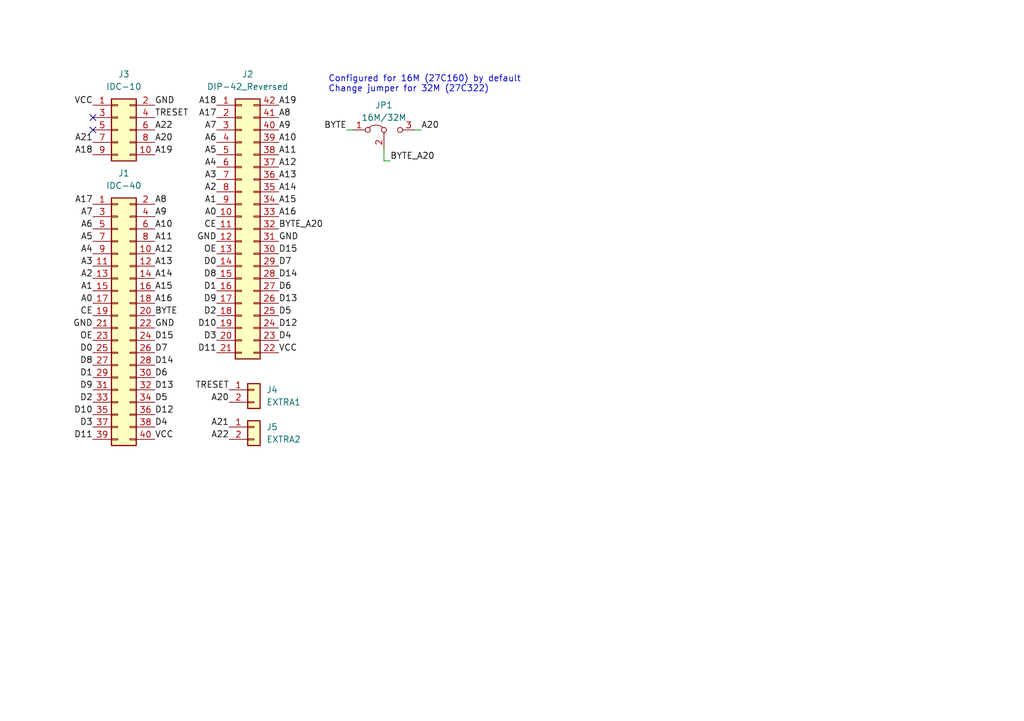
<source format=kicad_sch>
(kicad_sch (version 20230121) (generator eeschema)

  (uuid 218a50b5-5328-4910-8bfa-477207937a67)

  (paper "A5")

  (title_block
    (title "TokuROM Target-DIP42")
    (rev "1.0")
    (company "github.com/kasamikona/TokuROM")
  )

  (lib_symbols
    (symbol "Connector_Generic:Conn_01x02" (pin_names (offset 1.016) hide) (in_bom yes) (on_board yes)
      (property "Reference" "J" (at 0 2.54 0)
        (effects (font (size 1.27 1.27)))
      )
      (property "Value" "Conn_01x02" (at 0 -5.08 0)
        (effects (font (size 1.27 1.27)))
      )
      (property "Footprint" "" (at 0 0 0)
        (effects (font (size 1.27 1.27)) hide)
      )
      (property "Datasheet" "~" (at 0 0 0)
        (effects (font (size 1.27 1.27)) hide)
      )
      (property "ki_keywords" "connector" (at 0 0 0)
        (effects (font (size 1.27 1.27)) hide)
      )
      (property "ki_description" "Generic connector, single row, 01x02, script generated (kicad-library-utils/schlib/autogen/connector/)" (at 0 0 0)
        (effects (font (size 1.27 1.27)) hide)
      )
      (property "ki_fp_filters" "Connector*:*_1x??_*" (at 0 0 0)
        (effects (font (size 1.27 1.27)) hide)
      )
      (symbol "Conn_01x02_1_1"
        (rectangle (start -1.27 -2.413) (end 0 -2.667)
          (stroke (width 0.1524) (type default))
          (fill (type none))
        )
        (rectangle (start -1.27 0.127) (end 0 -0.127)
          (stroke (width 0.1524) (type default))
          (fill (type none))
        )
        (rectangle (start -1.27 1.27) (end 1.27 -3.81)
          (stroke (width 0.254) (type default))
          (fill (type background))
        )
        (pin passive line (at -5.08 0 0) (length 3.81)
          (name "Pin_1" (effects (font (size 1.27 1.27))))
          (number "1" (effects (font (size 1.27 1.27))))
        )
        (pin passive line (at -5.08 -2.54 0) (length 3.81)
          (name "Pin_2" (effects (font (size 1.27 1.27))))
          (number "2" (effects (font (size 1.27 1.27))))
        )
      )
    )
    (symbol "Connector_Generic:Conn_02x05_Odd_Even" (pin_names (offset 1.016) hide) (in_bom yes) (on_board yes)
      (property "Reference" "J" (at 1.27 7.62 0)
        (effects (font (size 1.27 1.27)))
      )
      (property "Value" "Conn_02x05_Odd_Even" (at 1.27 -7.62 0)
        (effects (font (size 1.27 1.27)))
      )
      (property "Footprint" "" (at 0 0 0)
        (effects (font (size 1.27 1.27)) hide)
      )
      (property "Datasheet" "~" (at 0 0 0)
        (effects (font (size 1.27 1.27)) hide)
      )
      (property "ki_keywords" "connector" (at 0 0 0)
        (effects (font (size 1.27 1.27)) hide)
      )
      (property "ki_description" "Generic connector, double row, 02x05, odd/even pin numbering scheme (row 1 odd numbers, row 2 even numbers), script generated (kicad-library-utils/schlib/autogen/connector/)" (at 0 0 0)
        (effects (font (size 1.27 1.27)) hide)
      )
      (property "ki_fp_filters" "Connector*:*_2x??_*" (at 0 0 0)
        (effects (font (size 1.27 1.27)) hide)
      )
      (symbol "Conn_02x05_Odd_Even_1_1"
        (rectangle (start -1.27 -4.953) (end 0 -5.207)
          (stroke (width 0.1524) (type default))
          (fill (type none))
        )
        (rectangle (start -1.27 -2.413) (end 0 -2.667)
          (stroke (width 0.1524) (type default))
          (fill (type none))
        )
        (rectangle (start -1.27 0.127) (end 0 -0.127)
          (stroke (width 0.1524) (type default))
          (fill (type none))
        )
        (rectangle (start -1.27 2.667) (end 0 2.413)
          (stroke (width 0.1524) (type default))
          (fill (type none))
        )
        (rectangle (start -1.27 5.207) (end 0 4.953)
          (stroke (width 0.1524) (type default))
          (fill (type none))
        )
        (rectangle (start -1.27 6.35) (end 3.81 -6.35)
          (stroke (width 0.254) (type default))
          (fill (type background))
        )
        (rectangle (start 3.81 -4.953) (end 2.54 -5.207)
          (stroke (width 0.1524) (type default))
          (fill (type none))
        )
        (rectangle (start 3.81 -2.413) (end 2.54 -2.667)
          (stroke (width 0.1524) (type default))
          (fill (type none))
        )
        (rectangle (start 3.81 0.127) (end 2.54 -0.127)
          (stroke (width 0.1524) (type default))
          (fill (type none))
        )
        (rectangle (start 3.81 2.667) (end 2.54 2.413)
          (stroke (width 0.1524) (type default))
          (fill (type none))
        )
        (rectangle (start 3.81 5.207) (end 2.54 4.953)
          (stroke (width 0.1524) (type default))
          (fill (type none))
        )
        (pin passive line (at -5.08 5.08 0) (length 3.81)
          (name "Pin_1" (effects (font (size 1.27 1.27))))
          (number "1" (effects (font (size 1.27 1.27))))
        )
        (pin passive line (at 7.62 -5.08 180) (length 3.81)
          (name "Pin_10" (effects (font (size 1.27 1.27))))
          (number "10" (effects (font (size 1.27 1.27))))
        )
        (pin passive line (at 7.62 5.08 180) (length 3.81)
          (name "Pin_2" (effects (font (size 1.27 1.27))))
          (number "2" (effects (font (size 1.27 1.27))))
        )
        (pin passive line (at -5.08 2.54 0) (length 3.81)
          (name "Pin_3" (effects (font (size 1.27 1.27))))
          (number "3" (effects (font (size 1.27 1.27))))
        )
        (pin passive line (at 7.62 2.54 180) (length 3.81)
          (name "Pin_4" (effects (font (size 1.27 1.27))))
          (number "4" (effects (font (size 1.27 1.27))))
        )
        (pin passive line (at -5.08 0 0) (length 3.81)
          (name "Pin_5" (effects (font (size 1.27 1.27))))
          (number "5" (effects (font (size 1.27 1.27))))
        )
        (pin passive line (at 7.62 0 180) (length 3.81)
          (name "Pin_6" (effects (font (size 1.27 1.27))))
          (number "6" (effects (font (size 1.27 1.27))))
        )
        (pin passive line (at -5.08 -2.54 0) (length 3.81)
          (name "Pin_7" (effects (font (size 1.27 1.27))))
          (number "7" (effects (font (size 1.27 1.27))))
        )
        (pin passive line (at 7.62 -2.54 180) (length 3.81)
          (name "Pin_8" (effects (font (size 1.27 1.27))))
          (number "8" (effects (font (size 1.27 1.27))))
        )
        (pin passive line (at -5.08 -5.08 0) (length 3.81)
          (name "Pin_9" (effects (font (size 1.27 1.27))))
          (number "9" (effects (font (size 1.27 1.27))))
        )
      )
    )
    (symbol "Connector_Generic:Conn_02x20_Odd_Even" (pin_names (offset 1.016) hide) (in_bom yes) (on_board yes)
      (property "Reference" "J" (at 1.27 25.4 0)
        (effects (font (size 1.27 1.27)))
      )
      (property "Value" "Conn_02x20_Odd_Even" (at 1.27 -27.94 0)
        (effects (font (size 1.27 1.27)))
      )
      (property "Footprint" "" (at 0 0 0)
        (effects (font (size 1.27 1.27)) hide)
      )
      (property "Datasheet" "~" (at 0 0 0)
        (effects (font (size 1.27 1.27)) hide)
      )
      (property "ki_keywords" "connector" (at 0 0 0)
        (effects (font (size 1.27 1.27)) hide)
      )
      (property "ki_description" "Generic connector, double row, 02x20, odd/even pin numbering scheme (row 1 odd numbers, row 2 even numbers), script generated (kicad-library-utils/schlib/autogen/connector/)" (at 0 0 0)
        (effects (font (size 1.27 1.27)) hide)
      )
      (property "ki_fp_filters" "Connector*:*_2x??_*" (at 0 0 0)
        (effects (font (size 1.27 1.27)) hide)
      )
      (symbol "Conn_02x20_Odd_Even_1_1"
        (rectangle (start -1.27 -25.273) (end 0 -25.527)
          (stroke (width 0.1524) (type default))
          (fill (type none))
        )
        (rectangle (start -1.27 -22.733) (end 0 -22.987)
          (stroke (width 0.1524) (type default))
          (fill (type none))
        )
        (rectangle (start -1.27 -20.193) (end 0 -20.447)
          (stroke (width 0.1524) (type default))
          (fill (type none))
        )
        (rectangle (start -1.27 -17.653) (end 0 -17.907)
          (stroke (width 0.1524) (type default))
          (fill (type none))
        )
        (rectangle (start -1.27 -15.113) (end 0 -15.367)
          (stroke (width 0.1524) (type default))
          (fill (type none))
        )
        (rectangle (start -1.27 -12.573) (end 0 -12.827)
          (stroke (width 0.1524) (type default))
          (fill (type none))
        )
        (rectangle (start -1.27 -10.033) (end 0 -10.287)
          (stroke (width 0.1524) (type default))
          (fill (type none))
        )
        (rectangle (start -1.27 -7.493) (end 0 -7.747)
          (stroke (width 0.1524) (type default))
          (fill (type none))
        )
        (rectangle (start -1.27 -4.953) (end 0 -5.207)
          (stroke (width 0.1524) (type default))
          (fill (type none))
        )
        (rectangle (start -1.27 -2.413) (end 0 -2.667)
          (stroke (width 0.1524) (type default))
          (fill (type none))
        )
        (rectangle (start -1.27 0.127) (end 0 -0.127)
          (stroke (width 0.1524) (type default))
          (fill (type none))
        )
        (rectangle (start -1.27 2.667) (end 0 2.413)
          (stroke (width 0.1524) (type default))
          (fill (type none))
        )
        (rectangle (start -1.27 5.207) (end 0 4.953)
          (stroke (width 0.1524) (type default))
          (fill (type none))
        )
        (rectangle (start -1.27 7.747) (end 0 7.493)
          (stroke (width 0.1524) (type default))
          (fill (type none))
        )
        (rectangle (start -1.27 10.287) (end 0 10.033)
          (stroke (width 0.1524) (type default))
          (fill (type none))
        )
        (rectangle (start -1.27 12.827) (end 0 12.573)
          (stroke (width 0.1524) (type default))
          (fill (type none))
        )
        (rectangle (start -1.27 15.367) (end 0 15.113)
          (stroke (width 0.1524) (type default))
          (fill (type none))
        )
        (rectangle (start -1.27 17.907) (end 0 17.653)
          (stroke (width 0.1524) (type default))
          (fill (type none))
        )
        (rectangle (start -1.27 20.447) (end 0 20.193)
          (stroke (width 0.1524) (type default))
          (fill (type none))
        )
        (rectangle (start -1.27 22.987) (end 0 22.733)
          (stroke (width 0.1524) (type default))
          (fill (type none))
        )
        (rectangle (start -1.27 24.13) (end 3.81 -26.67)
          (stroke (width 0.254) (type default))
          (fill (type background))
        )
        (rectangle (start 3.81 -25.273) (end 2.54 -25.527)
          (stroke (width 0.1524) (type default))
          (fill (type none))
        )
        (rectangle (start 3.81 -22.733) (end 2.54 -22.987)
          (stroke (width 0.1524) (type default))
          (fill (type none))
        )
        (rectangle (start 3.81 -20.193) (end 2.54 -20.447)
          (stroke (width 0.1524) (type default))
          (fill (type none))
        )
        (rectangle (start 3.81 -17.653) (end 2.54 -17.907)
          (stroke (width 0.1524) (type default))
          (fill (type none))
        )
        (rectangle (start 3.81 -15.113) (end 2.54 -15.367)
          (stroke (width 0.1524) (type default))
          (fill (type none))
        )
        (rectangle (start 3.81 -12.573) (end 2.54 -12.827)
          (stroke (width 0.1524) (type default))
          (fill (type none))
        )
        (rectangle (start 3.81 -10.033) (end 2.54 -10.287)
          (stroke (width 0.1524) (type default))
          (fill (type none))
        )
        (rectangle (start 3.81 -7.493) (end 2.54 -7.747)
          (stroke (width 0.1524) (type default))
          (fill (type none))
        )
        (rectangle (start 3.81 -4.953) (end 2.54 -5.207)
          (stroke (width 0.1524) (type default))
          (fill (type none))
        )
        (rectangle (start 3.81 -2.413) (end 2.54 -2.667)
          (stroke (width 0.1524) (type default))
          (fill (type none))
        )
        (rectangle (start 3.81 0.127) (end 2.54 -0.127)
          (stroke (width 0.1524) (type default))
          (fill (type none))
        )
        (rectangle (start 3.81 2.667) (end 2.54 2.413)
          (stroke (width 0.1524) (type default))
          (fill (type none))
        )
        (rectangle (start 3.81 5.207) (end 2.54 4.953)
          (stroke (width 0.1524) (type default))
          (fill (type none))
        )
        (rectangle (start 3.81 7.747) (end 2.54 7.493)
          (stroke (width 0.1524) (type default))
          (fill (type none))
        )
        (rectangle (start 3.81 10.287) (end 2.54 10.033)
          (stroke (width 0.1524) (type default))
          (fill (type none))
        )
        (rectangle (start 3.81 12.827) (end 2.54 12.573)
          (stroke (width 0.1524) (type default))
          (fill (type none))
        )
        (rectangle (start 3.81 15.367) (end 2.54 15.113)
          (stroke (width 0.1524) (type default))
          (fill (type none))
        )
        (rectangle (start 3.81 17.907) (end 2.54 17.653)
          (stroke (width 0.1524) (type default))
          (fill (type none))
        )
        (rectangle (start 3.81 20.447) (end 2.54 20.193)
          (stroke (width 0.1524) (type default))
          (fill (type none))
        )
        (rectangle (start 3.81 22.987) (end 2.54 22.733)
          (stroke (width 0.1524) (type default))
          (fill (type none))
        )
        (pin passive line (at -5.08 22.86 0) (length 3.81)
          (name "Pin_1" (effects (font (size 1.27 1.27))))
          (number "1" (effects (font (size 1.27 1.27))))
        )
        (pin passive line (at 7.62 12.7 180) (length 3.81)
          (name "Pin_10" (effects (font (size 1.27 1.27))))
          (number "10" (effects (font (size 1.27 1.27))))
        )
        (pin passive line (at -5.08 10.16 0) (length 3.81)
          (name "Pin_11" (effects (font (size 1.27 1.27))))
          (number "11" (effects (font (size 1.27 1.27))))
        )
        (pin passive line (at 7.62 10.16 180) (length 3.81)
          (name "Pin_12" (effects (font (size 1.27 1.27))))
          (number "12" (effects (font (size 1.27 1.27))))
        )
        (pin passive line (at -5.08 7.62 0) (length 3.81)
          (name "Pin_13" (effects (font (size 1.27 1.27))))
          (number "13" (effects (font (size 1.27 1.27))))
        )
        (pin passive line (at 7.62 7.62 180) (length 3.81)
          (name "Pin_14" (effects (font (size 1.27 1.27))))
          (number "14" (effects (font (size 1.27 1.27))))
        )
        (pin passive line (at -5.08 5.08 0) (length 3.81)
          (name "Pin_15" (effects (font (size 1.27 1.27))))
          (number "15" (effects (font (size 1.27 1.27))))
        )
        (pin passive line (at 7.62 5.08 180) (length 3.81)
          (name "Pin_16" (effects (font (size 1.27 1.27))))
          (number "16" (effects (font (size 1.27 1.27))))
        )
        (pin passive line (at -5.08 2.54 0) (length 3.81)
          (name "Pin_17" (effects (font (size 1.27 1.27))))
          (number "17" (effects (font (size 1.27 1.27))))
        )
        (pin passive line (at 7.62 2.54 180) (length 3.81)
          (name "Pin_18" (effects (font (size 1.27 1.27))))
          (number "18" (effects (font (size 1.27 1.27))))
        )
        (pin passive line (at -5.08 0 0) (length 3.81)
          (name "Pin_19" (effects (font (size 1.27 1.27))))
          (number "19" (effects (font (size 1.27 1.27))))
        )
        (pin passive line (at 7.62 22.86 180) (length 3.81)
          (name "Pin_2" (effects (font (size 1.27 1.27))))
          (number "2" (effects (font (size 1.27 1.27))))
        )
        (pin passive line (at 7.62 0 180) (length 3.81)
          (name "Pin_20" (effects (font (size 1.27 1.27))))
          (number "20" (effects (font (size 1.27 1.27))))
        )
        (pin passive line (at -5.08 -2.54 0) (length 3.81)
          (name "Pin_21" (effects (font (size 1.27 1.27))))
          (number "21" (effects (font (size 1.27 1.27))))
        )
        (pin passive line (at 7.62 -2.54 180) (length 3.81)
          (name "Pin_22" (effects (font (size 1.27 1.27))))
          (number "22" (effects (font (size 1.27 1.27))))
        )
        (pin passive line (at -5.08 -5.08 0) (length 3.81)
          (name "Pin_23" (effects (font (size 1.27 1.27))))
          (number "23" (effects (font (size 1.27 1.27))))
        )
        (pin passive line (at 7.62 -5.08 180) (length 3.81)
          (name "Pin_24" (effects (font (size 1.27 1.27))))
          (number "24" (effects (font (size 1.27 1.27))))
        )
        (pin passive line (at -5.08 -7.62 0) (length 3.81)
          (name "Pin_25" (effects (font (size 1.27 1.27))))
          (number "25" (effects (font (size 1.27 1.27))))
        )
        (pin passive line (at 7.62 -7.62 180) (length 3.81)
          (name "Pin_26" (effects (font (size 1.27 1.27))))
          (number "26" (effects (font (size 1.27 1.27))))
        )
        (pin passive line (at -5.08 -10.16 0) (length 3.81)
          (name "Pin_27" (effects (font (size 1.27 1.27))))
          (number "27" (effects (font (size 1.27 1.27))))
        )
        (pin passive line (at 7.62 -10.16 180) (length 3.81)
          (name "Pin_28" (effects (font (size 1.27 1.27))))
          (number "28" (effects (font (size 1.27 1.27))))
        )
        (pin passive line (at -5.08 -12.7 0) (length 3.81)
          (name "Pin_29" (effects (font (size 1.27 1.27))))
          (number "29" (effects (font (size 1.27 1.27))))
        )
        (pin passive line (at -5.08 20.32 0) (length 3.81)
          (name "Pin_3" (effects (font (size 1.27 1.27))))
          (number "3" (effects (font (size 1.27 1.27))))
        )
        (pin passive line (at 7.62 -12.7 180) (length 3.81)
          (name "Pin_30" (effects (font (size 1.27 1.27))))
          (number "30" (effects (font (size 1.27 1.27))))
        )
        (pin passive line (at -5.08 -15.24 0) (length 3.81)
          (name "Pin_31" (effects (font (size 1.27 1.27))))
          (number "31" (effects (font (size 1.27 1.27))))
        )
        (pin passive line (at 7.62 -15.24 180) (length 3.81)
          (name "Pin_32" (effects (font (size 1.27 1.27))))
          (number "32" (effects (font (size 1.27 1.27))))
        )
        (pin passive line (at -5.08 -17.78 0) (length 3.81)
          (name "Pin_33" (effects (font (size 1.27 1.27))))
          (number "33" (effects (font (size 1.27 1.27))))
        )
        (pin passive line (at 7.62 -17.78 180) (length 3.81)
          (name "Pin_34" (effects (font (size 1.27 1.27))))
          (number "34" (effects (font (size 1.27 1.27))))
        )
        (pin passive line (at -5.08 -20.32 0) (length 3.81)
          (name "Pin_35" (effects (font (size 1.27 1.27))))
          (number "35" (effects (font (size 1.27 1.27))))
        )
        (pin passive line (at 7.62 -20.32 180) (length 3.81)
          (name "Pin_36" (effects (font (size 1.27 1.27))))
          (number "36" (effects (font (size 1.27 1.27))))
        )
        (pin passive line (at -5.08 -22.86 0) (length 3.81)
          (name "Pin_37" (effects (font (size 1.27 1.27))))
          (number "37" (effects (font (size 1.27 1.27))))
        )
        (pin passive line (at 7.62 -22.86 180) (length 3.81)
          (name "Pin_38" (effects (font (size 1.27 1.27))))
          (number "38" (effects (font (size 1.27 1.27))))
        )
        (pin passive line (at -5.08 -25.4 0) (length 3.81)
          (name "Pin_39" (effects (font (size 1.27 1.27))))
          (number "39" (effects (font (size 1.27 1.27))))
        )
        (pin passive line (at 7.62 20.32 180) (length 3.81)
          (name "Pin_4" (effects (font (size 1.27 1.27))))
          (number "4" (effects (font (size 1.27 1.27))))
        )
        (pin passive line (at 7.62 -25.4 180) (length 3.81)
          (name "Pin_40" (effects (font (size 1.27 1.27))))
          (number "40" (effects (font (size 1.27 1.27))))
        )
        (pin passive line (at -5.08 17.78 0) (length 3.81)
          (name "Pin_5" (effects (font (size 1.27 1.27))))
          (number "5" (effects (font (size 1.27 1.27))))
        )
        (pin passive line (at 7.62 17.78 180) (length 3.81)
          (name "Pin_6" (effects (font (size 1.27 1.27))))
          (number "6" (effects (font (size 1.27 1.27))))
        )
        (pin passive line (at -5.08 15.24 0) (length 3.81)
          (name "Pin_7" (effects (font (size 1.27 1.27))))
          (number "7" (effects (font (size 1.27 1.27))))
        )
        (pin passive line (at 7.62 15.24 180) (length 3.81)
          (name "Pin_8" (effects (font (size 1.27 1.27))))
          (number "8" (effects (font (size 1.27 1.27))))
        )
        (pin passive line (at -5.08 12.7 0) (length 3.81)
          (name "Pin_9" (effects (font (size 1.27 1.27))))
          (number "9" (effects (font (size 1.27 1.27))))
        )
      )
    )
    (symbol "Connector_Generic:Conn_02x21_Counter_Clockwise" (pin_names (offset 1.016) hide) (in_bom yes) (on_board yes)
      (property "Reference" "J" (at 1.27 27.94 0)
        (effects (font (size 1.27 1.27)))
      )
      (property "Value" "Conn_02x21_Counter_Clockwise" (at 1.27 -27.94 0)
        (effects (font (size 1.27 1.27)))
      )
      (property "Footprint" "" (at 0 0 0)
        (effects (font (size 1.27 1.27)) hide)
      )
      (property "Datasheet" "~" (at 0 0 0)
        (effects (font (size 1.27 1.27)) hide)
      )
      (property "ki_keywords" "connector" (at 0 0 0)
        (effects (font (size 1.27 1.27)) hide)
      )
      (property "ki_description" "Generic connector, double row, 02x21, counter clockwise pin numbering scheme (similar to DIP package numbering), script generated (kicad-library-utils/schlib/autogen/connector/)" (at 0 0 0)
        (effects (font (size 1.27 1.27)) hide)
      )
      (property "ki_fp_filters" "Connector*:*_2x??_*" (at 0 0 0)
        (effects (font (size 1.27 1.27)) hide)
      )
      (symbol "Conn_02x21_Counter_Clockwise_1_1"
        (rectangle (start -1.27 -25.273) (end 0 -25.527)
          (stroke (width 0.1524) (type default))
          (fill (type none))
        )
        (rectangle (start -1.27 -22.733) (end 0 -22.987)
          (stroke (width 0.1524) (type default))
          (fill (type none))
        )
        (rectangle (start -1.27 -20.193) (end 0 -20.447)
          (stroke (width 0.1524) (type default))
          (fill (type none))
        )
        (rectangle (start -1.27 -17.653) (end 0 -17.907)
          (stroke (width 0.1524) (type default))
          (fill (type none))
        )
        (rectangle (start -1.27 -15.113) (end 0 -15.367)
          (stroke (width 0.1524) (type default))
          (fill (type none))
        )
        (rectangle (start -1.27 -12.573) (end 0 -12.827)
          (stroke (width 0.1524) (type default))
          (fill (type none))
        )
        (rectangle (start -1.27 -10.033) (end 0 -10.287)
          (stroke (width 0.1524) (type default))
          (fill (type none))
        )
        (rectangle (start -1.27 -7.493) (end 0 -7.747)
          (stroke (width 0.1524) (type default))
          (fill (type none))
        )
        (rectangle (start -1.27 -4.953) (end 0 -5.207)
          (stroke (width 0.1524) (type default))
          (fill (type none))
        )
        (rectangle (start -1.27 -2.413) (end 0 -2.667)
          (stroke (width 0.1524) (type default))
          (fill (type none))
        )
        (rectangle (start -1.27 0.127) (end 0 -0.127)
          (stroke (width 0.1524) (type default))
          (fill (type none))
        )
        (rectangle (start -1.27 2.667) (end 0 2.413)
          (stroke (width 0.1524) (type default))
          (fill (type none))
        )
        (rectangle (start -1.27 5.207) (end 0 4.953)
          (stroke (width 0.1524) (type default))
          (fill (type none))
        )
        (rectangle (start -1.27 7.747) (end 0 7.493)
          (stroke (width 0.1524) (type default))
          (fill (type none))
        )
        (rectangle (start -1.27 10.287) (end 0 10.033)
          (stroke (width 0.1524) (type default))
          (fill (type none))
        )
        (rectangle (start -1.27 12.827) (end 0 12.573)
          (stroke (width 0.1524) (type default))
          (fill (type none))
        )
        (rectangle (start -1.27 15.367) (end 0 15.113)
          (stroke (width 0.1524) (type default))
          (fill (type none))
        )
        (rectangle (start -1.27 17.907) (end 0 17.653)
          (stroke (width 0.1524) (type default))
          (fill (type none))
        )
        (rectangle (start -1.27 20.447) (end 0 20.193)
          (stroke (width 0.1524) (type default))
          (fill (type none))
        )
        (rectangle (start -1.27 22.987) (end 0 22.733)
          (stroke (width 0.1524) (type default))
          (fill (type none))
        )
        (rectangle (start -1.27 25.527) (end 0 25.273)
          (stroke (width 0.1524) (type default))
          (fill (type none))
        )
        (rectangle (start -1.27 26.67) (end 3.81 -26.67)
          (stroke (width 0.254) (type default))
          (fill (type background))
        )
        (rectangle (start 3.81 -25.273) (end 2.54 -25.527)
          (stroke (width 0.1524) (type default))
          (fill (type none))
        )
        (rectangle (start 3.81 -22.733) (end 2.54 -22.987)
          (stroke (width 0.1524) (type default))
          (fill (type none))
        )
        (rectangle (start 3.81 -20.193) (end 2.54 -20.447)
          (stroke (width 0.1524) (type default))
          (fill (type none))
        )
        (rectangle (start 3.81 -17.653) (end 2.54 -17.907)
          (stroke (width 0.1524) (type default))
          (fill (type none))
        )
        (rectangle (start 3.81 -15.113) (end 2.54 -15.367)
          (stroke (width 0.1524) (type default))
          (fill (type none))
        )
        (rectangle (start 3.81 -12.573) (end 2.54 -12.827)
          (stroke (width 0.1524) (type default))
          (fill (type none))
        )
        (rectangle (start 3.81 -10.033) (end 2.54 -10.287)
          (stroke (width 0.1524) (type default))
          (fill (type none))
        )
        (rectangle (start 3.81 -7.493) (end 2.54 -7.747)
          (stroke (width 0.1524) (type default))
          (fill (type none))
        )
        (rectangle (start 3.81 -4.953) (end 2.54 -5.207)
          (stroke (width 0.1524) (type default))
          (fill (type none))
        )
        (rectangle (start 3.81 -2.413) (end 2.54 -2.667)
          (stroke (width 0.1524) (type default))
          (fill (type none))
        )
        (rectangle (start 3.81 0.127) (end 2.54 -0.127)
          (stroke (width 0.1524) (type default))
          (fill (type none))
        )
        (rectangle (start 3.81 2.667) (end 2.54 2.413)
          (stroke (width 0.1524) (type default))
          (fill (type none))
        )
        (rectangle (start 3.81 5.207) (end 2.54 4.953)
          (stroke (width 0.1524) (type default))
          (fill (type none))
        )
        (rectangle (start 3.81 7.747) (end 2.54 7.493)
          (stroke (width 0.1524) (type default))
          (fill (type none))
        )
        (rectangle (start 3.81 10.287) (end 2.54 10.033)
          (stroke (width 0.1524) (type default))
          (fill (type none))
        )
        (rectangle (start 3.81 12.827) (end 2.54 12.573)
          (stroke (width 0.1524) (type default))
          (fill (type none))
        )
        (rectangle (start 3.81 15.367) (end 2.54 15.113)
          (stroke (width 0.1524) (type default))
          (fill (type none))
        )
        (rectangle (start 3.81 17.907) (end 2.54 17.653)
          (stroke (width 0.1524) (type default))
          (fill (type none))
        )
        (rectangle (start 3.81 20.447) (end 2.54 20.193)
          (stroke (width 0.1524) (type default))
          (fill (type none))
        )
        (rectangle (start 3.81 22.987) (end 2.54 22.733)
          (stroke (width 0.1524) (type default))
          (fill (type none))
        )
        (rectangle (start 3.81 25.527) (end 2.54 25.273)
          (stroke (width 0.1524) (type default))
          (fill (type none))
        )
        (pin passive line (at -5.08 25.4 0) (length 3.81)
          (name "Pin_1" (effects (font (size 1.27 1.27))))
          (number "1" (effects (font (size 1.27 1.27))))
        )
        (pin passive line (at -5.08 2.54 0) (length 3.81)
          (name "Pin_10" (effects (font (size 1.27 1.27))))
          (number "10" (effects (font (size 1.27 1.27))))
        )
        (pin passive line (at -5.08 0 0) (length 3.81)
          (name "Pin_11" (effects (font (size 1.27 1.27))))
          (number "11" (effects (font (size 1.27 1.27))))
        )
        (pin passive line (at -5.08 -2.54 0) (length 3.81)
          (name "Pin_12" (effects (font (size 1.27 1.27))))
          (number "12" (effects (font (size 1.27 1.27))))
        )
        (pin passive line (at -5.08 -5.08 0) (length 3.81)
          (name "Pin_13" (effects (font (size 1.27 1.27))))
          (number "13" (effects (font (size 1.27 1.27))))
        )
        (pin passive line (at -5.08 -7.62 0) (length 3.81)
          (name "Pin_14" (effects (font (size 1.27 1.27))))
          (number "14" (effects (font (size 1.27 1.27))))
        )
        (pin passive line (at -5.08 -10.16 0) (length 3.81)
          (name "Pin_15" (effects (font (size 1.27 1.27))))
          (number "15" (effects (font (size 1.27 1.27))))
        )
        (pin passive line (at -5.08 -12.7 0) (length 3.81)
          (name "Pin_16" (effects (font (size 1.27 1.27))))
          (number "16" (effects (font (size 1.27 1.27))))
        )
        (pin passive line (at -5.08 -15.24 0) (length 3.81)
          (name "Pin_17" (effects (font (size 1.27 1.27))))
          (number "17" (effects (font (size 1.27 1.27))))
        )
        (pin passive line (at -5.08 -17.78 0) (length 3.81)
          (name "Pin_18" (effects (font (size 1.27 1.27))))
          (number "18" (effects (font (size 1.27 1.27))))
        )
        (pin passive line (at -5.08 -20.32 0) (length 3.81)
          (name "Pin_19" (effects (font (size 1.27 1.27))))
          (number "19" (effects (font (size 1.27 1.27))))
        )
        (pin passive line (at -5.08 22.86 0) (length 3.81)
          (name "Pin_2" (effects (font (size 1.27 1.27))))
          (number "2" (effects (font (size 1.27 1.27))))
        )
        (pin passive line (at -5.08 -22.86 0) (length 3.81)
          (name "Pin_20" (effects (font (size 1.27 1.27))))
          (number "20" (effects (font (size 1.27 1.27))))
        )
        (pin passive line (at -5.08 -25.4 0) (length 3.81)
          (name "Pin_21" (effects (font (size 1.27 1.27))))
          (number "21" (effects (font (size 1.27 1.27))))
        )
        (pin passive line (at 7.62 -25.4 180) (length 3.81)
          (name "Pin_22" (effects (font (size 1.27 1.27))))
          (number "22" (effects (font (size 1.27 1.27))))
        )
        (pin passive line (at 7.62 -22.86 180) (length 3.81)
          (name "Pin_23" (effects (font (size 1.27 1.27))))
          (number "23" (effects (font (size 1.27 1.27))))
        )
        (pin passive line (at 7.62 -20.32 180) (length 3.81)
          (name "Pin_24" (effects (font (size 1.27 1.27))))
          (number "24" (effects (font (size 1.27 1.27))))
        )
        (pin passive line (at 7.62 -17.78 180) (length 3.81)
          (name "Pin_25" (effects (font (size 1.27 1.27))))
          (number "25" (effects (font (size 1.27 1.27))))
        )
        (pin passive line (at 7.62 -15.24 180) (length 3.81)
          (name "Pin_26" (effects (font (size 1.27 1.27))))
          (number "26" (effects (font (size 1.27 1.27))))
        )
        (pin passive line (at 7.62 -12.7 180) (length 3.81)
          (name "Pin_27" (effects (font (size 1.27 1.27))))
          (number "27" (effects (font (size 1.27 1.27))))
        )
        (pin passive line (at 7.62 -10.16 180) (length 3.81)
          (name "Pin_28" (effects (font (size 1.27 1.27))))
          (number "28" (effects (font (size 1.27 1.27))))
        )
        (pin passive line (at 7.62 -7.62 180) (length 3.81)
          (name "Pin_29" (effects (font (size 1.27 1.27))))
          (number "29" (effects (font (size 1.27 1.27))))
        )
        (pin passive line (at -5.08 20.32 0) (length 3.81)
          (name "Pin_3" (effects (font (size 1.27 1.27))))
          (number "3" (effects (font (size 1.27 1.27))))
        )
        (pin passive line (at 7.62 -5.08 180) (length 3.81)
          (name "Pin_30" (effects (font (size 1.27 1.27))))
          (number "30" (effects (font (size 1.27 1.27))))
        )
        (pin passive line (at 7.62 -2.54 180) (length 3.81)
          (name "Pin_31" (effects (font (size 1.27 1.27))))
          (number "31" (effects (font (size 1.27 1.27))))
        )
        (pin passive line (at 7.62 0 180) (length 3.81)
          (name "Pin_32" (effects (font (size 1.27 1.27))))
          (number "32" (effects (font (size 1.27 1.27))))
        )
        (pin passive line (at 7.62 2.54 180) (length 3.81)
          (name "Pin_33" (effects (font (size 1.27 1.27))))
          (number "33" (effects (font (size 1.27 1.27))))
        )
        (pin passive line (at 7.62 5.08 180) (length 3.81)
          (name "Pin_34" (effects (font (size 1.27 1.27))))
          (number "34" (effects (font (size 1.27 1.27))))
        )
        (pin passive line (at 7.62 7.62 180) (length 3.81)
          (name "Pin_35" (effects (font (size 1.27 1.27))))
          (number "35" (effects (font (size 1.27 1.27))))
        )
        (pin passive line (at 7.62 10.16 180) (length 3.81)
          (name "Pin_36" (effects (font (size 1.27 1.27))))
          (number "36" (effects (font (size 1.27 1.27))))
        )
        (pin passive line (at 7.62 12.7 180) (length 3.81)
          (name "Pin_37" (effects (font (size 1.27 1.27))))
          (number "37" (effects (font (size 1.27 1.27))))
        )
        (pin passive line (at 7.62 15.24 180) (length 3.81)
          (name "Pin_38" (effects (font (size 1.27 1.27))))
          (number "38" (effects (font (size 1.27 1.27))))
        )
        (pin passive line (at 7.62 17.78 180) (length 3.81)
          (name "Pin_39" (effects (font (size 1.27 1.27))))
          (number "39" (effects (font (size 1.27 1.27))))
        )
        (pin passive line (at -5.08 17.78 0) (length 3.81)
          (name "Pin_4" (effects (font (size 1.27 1.27))))
          (number "4" (effects (font (size 1.27 1.27))))
        )
        (pin passive line (at 7.62 20.32 180) (length 3.81)
          (name "Pin_40" (effects (font (size 1.27 1.27))))
          (number "40" (effects (font (size 1.27 1.27))))
        )
        (pin passive line (at 7.62 22.86 180) (length 3.81)
          (name "Pin_41" (effects (font (size 1.27 1.27))))
          (number "41" (effects (font (size 1.27 1.27))))
        )
        (pin passive line (at 7.62 25.4 180) (length 3.81)
          (name "Pin_42" (effects (font (size 1.27 1.27))))
          (number "42" (effects (font (size 1.27 1.27))))
        )
        (pin passive line (at -5.08 15.24 0) (length 3.81)
          (name "Pin_5" (effects (font (size 1.27 1.27))))
          (number "5" (effects (font (size 1.27 1.27))))
        )
        (pin passive line (at -5.08 12.7 0) (length 3.81)
          (name "Pin_6" (effects (font (size 1.27 1.27))))
          (number "6" (effects (font (size 1.27 1.27))))
        )
        (pin passive line (at -5.08 10.16 0) (length 3.81)
          (name "Pin_7" (effects (font (size 1.27 1.27))))
          (number "7" (effects (font (size 1.27 1.27))))
        )
        (pin passive line (at -5.08 7.62 0) (length 3.81)
          (name "Pin_8" (effects (font (size 1.27 1.27))))
          (number "8" (effects (font (size 1.27 1.27))))
        )
        (pin passive line (at -5.08 5.08 0) (length 3.81)
          (name "Pin_9" (effects (font (size 1.27 1.27))))
          (number "9" (effects (font (size 1.27 1.27))))
        )
      )
    )
    (symbol "Jumper:Jumper_3_Bridged12" (pin_names (offset 0) hide) (in_bom yes) (on_board yes)
      (property "Reference" "JP" (at -2.54 -2.54 0)
        (effects (font (size 1.27 1.27)))
      )
      (property "Value" "Jumper_3_Bridged12" (at 0 2.794 0)
        (effects (font (size 1.27 1.27)))
      )
      (property "Footprint" "" (at 0 0 0)
        (effects (font (size 1.27 1.27)) hide)
      )
      (property "Datasheet" "~" (at 0 0 0)
        (effects (font (size 1.27 1.27)) hide)
      )
      (property "ki_keywords" "Jumper SPDT" (at 0 0 0)
        (effects (font (size 1.27 1.27)) hide)
      )
      (property "ki_description" "Jumper, 3-pole, pins 1+2 closed/bridged" (at 0 0 0)
        (effects (font (size 1.27 1.27)) hide)
      )
      (property "ki_fp_filters" "Jumper* TestPoint*3Pads* TestPoint*Bridge*" (at 0 0 0)
        (effects (font (size 1.27 1.27)) hide)
      )
      (symbol "Jumper_3_Bridged12_0_0"
        (circle (center -3.302 0) (radius 0.508)
          (stroke (width 0) (type default))
          (fill (type none))
        )
        (circle (center 0 0) (radius 0.508)
          (stroke (width 0) (type default))
          (fill (type none))
        )
        (circle (center 3.302 0) (radius 0.508)
          (stroke (width 0) (type default))
          (fill (type none))
        )
      )
      (symbol "Jumper_3_Bridged12_0_1"
        (arc (start -0.254 0.508) (mid -1.651 0.9912) (end -3.048 0.508)
          (stroke (width 0) (type default))
          (fill (type none))
        )
        (polyline
          (pts
            (xy 0 -1.27)
            (xy 0 -0.508)
          )
          (stroke (width 0) (type default))
          (fill (type none))
        )
      )
      (symbol "Jumper_3_Bridged12_1_1"
        (pin passive line (at -6.35 0 0) (length 2.54)
          (name "A" (effects (font (size 1.27 1.27))))
          (number "1" (effects (font (size 1.27 1.27))))
        )
        (pin passive line (at 0 -3.81 90) (length 2.54)
          (name "C" (effects (font (size 1.27 1.27))))
          (number "2" (effects (font (size 1.27 1.27))))
        )
        (pin passive line (at 6.35 0 180) (length 2.54)
          (name "B" (effects (font (size 1.27 1.27))))
          (number "3" (effects (font (size 1.27 1.27))))
        )
      )
    )
  )


  (no_connect (at 19.05 26.67) (uuid 9651cd88-e222-4f14-b610-fd593c525d51))
  (no_connect (at 19.05 24.13) (uuid bbb7abf2-7c46-42a5-b84f-0716b02c0da7))

  (wire (pts (xy 80.01 33.02) (xy 78.74 33.02))
    (stroke (width 0) (type default))
    (uuid 3004ae69-0273-43d2-8d26-b44dd61882c2)
  )
  (wire (pts (xy 71.12 26.67) (xy 72.39 26.67))
    (stroke (width 0) (type default))
    (uuid 6d7db367-d1ff-4476-9beb-6253cf1248d9)
  )
  (wire (pts (xy 85.09 26.67) (xy 86.36 26.67))
    (stroke (width 0) (type default))
    (uuid 91313b31-42a5-4a8e-9f78-f0ad9e4693ea)
  )
  (wire (pts (xy 78.74 33.02) (xy 78.74 30.48))
    (stroke (width 0) (type default))
    (uuid cce6c55e-170b-4130-8c82-846537bb7fd9)
  )

  (text "Configured for 16M (27C160) by default\nChange jumper for 32M (27C322)"
    (at 67.31 19.05 0)
    (effects (font (size 1.27 1.27)) (justify left bottom))
    (uuid 7226fdf3-c214-4a71-bb20-785a3bf1f3ed)
  )

  (label "A0" (at 44.45 44.45 180) (fields_autoplaced)
    (effects (font (size 1.27 1.27)) (justify right bottom))
    (uuid 01ec1ed3-aed7-48db-b385-ffe40c60f6b1)
  )
  (label "D5" (at 31.75 82.55 0) (fields_autoplaced)
    (effects (font (size 1.27 1.27)) (justify left bottom))
    (uuid 02ac1e1b-4b9e-4cd5-b349-a1d96be982d1)
  )
  (label "GND" (at 31.75 21.59 0) (fields_autoplaced)
    (effects (font (size 1.27 1.27)) (justify left bottom))
    (uuid 02c79e8e-6229-4e61-9279-5e8a5cf1aeb5)
  )
  (label "D5" (at 57.15 64.77 0) (fields_autoplaced)
    (effects (font (size 1.27 1.27)) (justify left bottom))
    (uuid 03e8f952-7cf5-4e54-9e40-8ecc8e39bf8e)
  )
  (label "A22" (at 31.75 26.67 0) (fields_autoplaced)
    (effects (font (size 1.27 1.27)) (justify left bottom))
    (uuid 0b7fbbbe-fc2b-4e2b-98d4-bab1ec860263)
  )
  (label "D3" (at 19.05 87.63 180) (fields_autoplaced)
    (effects (font (size 1.27 1.27)) (justify right bottom))
    (uuid 108771d0-7045-4ad5-b733-01d116da5775)
  )
  (label "A7" (at 19.05 44.45 180) (fields_autoplaced)
    (effects (font (size 1.27 1.27)) (justify right bottom))
    (uuid 122050a8-6638-4bc8-afd7-32b4819e8843)
  )
  (label "A2" (at 44.45 39.37 180) (fields_autoplaced)
    (effects (font (size 1.27 1.27)) (justify right bottom))
    (uuid 15bd3cc4-1233-44e0-848d-914cf72b9496)
  )
  (label "D1" (at 44.45 59.69 180) (fields_autoplaced)
    (effects (font (size 1.27 1.27)) (justify right bottom))
    (uuid 17c2e3d6-ecc4-4ea0-b0aa-b5fe4b92145d)
  )
  (label "A3" (at 19.05 54.61 180) (fields_autoplaced)
    (effects (font (size 1.27 1.27)) (justify right bottom))
    (uuid 1dd92118-eb36-4966-a71c-cc8c9cf94546)
  )
  (label "A1" (at 19.05 59.69 180) (fields_autoplaced)
    (effects (font (size 1.27 1.27)) (justify right bottom))
    (uuid 21412a98-6685-41b5-8233-b2589474007a)
  )
  (label "A11" (at 31.75 49.53 0) (fields_autoplaced)
    (effects (font (size 1.27 1.27)) (justify left bottom))
    (uuid 219a030c-4eeb-43ac-9d29-e6ec397e1a13)
  )
  (label "VCC" (at 19.05 21.59 180) (fields_autoplaced)
    (effects (font (size 1.27 1.27)) (justify right bottom))
    (uuid 23229897-3e3e-43ec-bc97-c92ef2db56d6)
  )
  (label "A14" (at 31.75 57.15 0) (fields_autoplaced)
    (effects (font (size 1.27 1.27)) (justify left bottom))
    (uuid 2cee6022-6767-4c36-af1b-5b49cefd1768)
  )
  (label "A4" (at 44.45 34.29 180) (fields_autoplaced)
    (effects (font (size 1.27 1.27)) (justify right bottom))
    (uuid 3014ccec-c247-4144-835d-f1cba6dc71e0)
  )
  (label "A18" (at 44.45 21.59 180) (fields_autoplaced)
    (effects (font (size 1.27 1.27)) (justify right bottom))
    (uuid 3015fc0c-14ec-4a32-9a41-0b600d8599b0)
  )
  (label "A9" (at 31.75 44.45 0) (fields_autoplaced)
    (effects (font (size 1.27 1.27)) (justify left bottom))
    (uuid 360b4e9a-eb64-470b-8db4-e60af17d2a2f)
  )
  (label "A13" (at 31.75 54.61 0) (fields_autoplaced)
    (effects (font (size 1.27 1.27)) (justify left bottom))
    (uuid 398f39fd-ca87-433b-9fd4-41ebbfb69cec)
  )
  (label "D14" (at 57.15 57.15 0) (fields_autoplaced)
    (effects (font (size 1.27 1.27)) (justify left bottom))
    (uuid 39f5484b-d09c-463d-9442-4711b4485a09)
  )
  (label "D2" (at 19.05 82.55 180) (fields_autoplaced)
    (effects (font (size 1.27 1.27)) (justify right bottom))
    (uuid 3cb28856-84a4-4127-983d-6134efeb8e1d)
  )
  (label "A6" (at 44.45 29.21 180) (fields_autoplaced)
    (effects (font (size 1.27 1.27)) (justify right bottom))
    (uuid 3d71faf2-7273-442b-a5d5-84e63e604425)
  )
  (label "D3" (at 44.45 69.85 180) (fields_autoplaced)
    (effects (font (size 1.27 1.27)) (justify right bottom))
    (uuid 3edbbb75-11ba-4876-888f-a950c9276719)
  )
  (label "CE" (at 44.45 46.99 180) (fields_autoplaced)
    (effects (font (size 1.27 1.27)) (justify right bottom))
    (uuid 3f536634-6093-4f95-86f6-3097bbd2e76e)
  )
  (label "BYTE_A20" (at 80.01 33.02 0) (fields_autoplaced)
    (effects (font (size 1.27 1.27)) (justify left bottom))
    (uuid 4196ef71-3692-4cc1-8601-4286e52cfa18)
  )
  (label "A11" (at 57.15 31.75 0) (fields_autoplaced)
    (effects (font (size 1.27 1.27)) (justify left bottom))
    (uuid 47dd9ef1-9720-46dc-84f4-9d50c1860670)
  )
  (label "A18" (at 19.05 31.75 180) (fields_autoplaced)
    (effects (font (size 1.27 1.27)) (justify right bottom))
    (uuid 4baf30c1-82ba-4507-b779-fea750089d9a)
  )
  (label "BYTE" (at 71.12 26.67 180) (fields_autoplaced)
    (effects (font (size 1.27 1.27)) (justify right bottom))
    (uuid 4db424fc-7943-4284-9583-d7883adec0ca)
  )
  (label "A0" (at 19.05 62.23 180) (fields_autoplaced)
    (effects (font (size 1.27 1.27)) (justify right bottom))
    (uuid 504efc43-a0fc-4f3f-9a53-f17d503ae007)
  )
  (label "VCC" (at 31.75 90.17 0) (fields_autoplaced)
    (effects (font (size 1.27 1.27)) (justify left bottom))
    (uuid 540242ac-4039-49b1-92da-341897d7392b)
  )
  (label "A12" (at 57.15 34.29 0) (fields_autoplaced)
    (effects (font (size 1.27 1.27)) (justify left bottom))
    (uuid 556f7d12-1696-4285-b6e6-18f955579df7)
  )
  (label "D10" (at 44.45 67.31 180) (fields_autoplaced)
    (effects (font (size 1.27 1.27)) (justify right bottom))
    (uuid 5aed778b-343f-4886-824e-b65169e70877)
  )
  (label "A10" (at 31.75 46.99 0) (fields_autoplaced)
    (effects (font (size 1.27 1.27)) (justify left bottom))
    (uuid 5dd721f5-8e7a-435d-aa13-94629fbfcffc)
  )
  (label "D1" (at 19.05 77.47 180) (fields_autoplaced)
    (effects (font (size 1.27 1.27)) (justify right bottom))
    (uuid 5f923757-97c6-401c-a222-6a705a2ed8cf)
  )
  (label "GND" (at 57.15 49.53 0) (fields_autoplaced)
    (effects (font (size 1.27 1.27)) (justify left bottom))
    (uuid 63148546-0eb0-4970-a5c9-1510621d53b3)
  )
  (label "BYTE_A20" (at 57.15 46.99 0) (fields_autoplaced)
    (effects (font (size 1.27 1.27)) (justify left bottom))
    (uuid 63984f79-7d21-49a8-b232-b45fe426a609)
  )
  (label "D6" (at 31.75 77.47 0) (fields_autoplaced)
    (effects (font (size 1.27 1.27)) (justify left bottom))
    (uuid 6452e947-b3b9-43ff-baf0-88d1a64e7470)
  )
  (label "TRESET" (at 31.75 24.13 0) (fields_autoplaced)
    (effects (font (size 1.27 1.27)) (justify left bottom))
    (uuid 653c8d7d-9850-4a18-8d50-c0725c9848c9)
  )
  (label "D4" (at 31.75 87.63 0) (fields_autoplaced)
    (effects (font (size 1.27 1.27)) (justify left bottom))
    (uuid 67d7abe0-281e-41d1-8071-cd61cbc4eccb)
  )
  (label "D11" (at 44.45 72.39 180) (fields_autoplaced)
    (effects (font (size 1.27 1.27)) (justify right bottom))
    (uuid 6958376b-bb5b-48bb-b2ed-bc3d8a6e9624)
  )
  (label "A21" (at 46.99 87.63 180) (fields_autoplaced)
    (effects (font (size 1.27 1.27)) (justify right bottom))
    (uuid 6d930101-e9e4-4aa5-85c2-b60edfba199e)
  )
  (label "A7" (at 44.45 26.67 180) (fields_autoplaced)
    (effects (font (size 1.27 1.27)) (justify right bottom))
    (uuid 6f921c9a-e103-4693-93ce-ceca31e49022)
  )
  (label "A20" (at 46.99 82.55 180) (fields_autoplaced)
    (effects (font (size 1.27 1.27)) (justify right bottom))
    (uuid 73a5ad20-5d54-4608-82e2-461f9ba715ff)
  )
  (label "D7" (at 57.15 54.61 0) (fields_autoplaced)
    (effects (font (size 1.27 1.27)) (justify left bottom))
    (uuid 7abb0307-5e80-4e8c-b234-8d65cc4dabc1)
  )
  (label "D9" (at 44.45 62.23 180) (fields_autoplaced)
    (effects (font (size 1.27 1.27)) (justify right bottom))
    (uuid 7ad81c78-6704-4da9-a630-2262bae8b05c)
  )
  (label "A12" (at 31.75 52.07 0) (fields_autoplaced)
    (effects (font (size 1.27 1.27)) (justify left bottom))
    (uuid 7d2ee2ea-520d-43fe-aed3-4d9c2c5e5256)
  )
  (label "D0" (at 44.45 54.61 180) (fields_autoplaced)
    (effects (font (size 1.27 1.27)) (justify right bottom))
    (uuid 80b997ff-3448-4b8b-ab91-57d10a437753)
  )
  (label "D6" (at 57.15 59.69 0) (fields_autoplaced)
    (effects (font (size 1.27 1.27)) (justify left bottom))
    (uuid 82b33294-10fe-4495-a660-59fc054b9304)
  )
  (label "TRESET" (at 46.99 80.01 180) (fields_autoplaced)
    (effects (font (size 1.27 1.27)) (justify right bottom))
    (uuid 845c0360-ad5d-4a49-8568-225ca39ac16e)
  )
  (label "A14" (at 57.15 39.37 0) (fields_autoplaced)
    (effects (font (size 1.27 1.27)) (justify left bottom))
    (uuid 85157dd5-5ab9-4854-806b-a0c7b4cc8568)
  )
  (label "D8" (at 19.05 74.93 180) (fields_autoplaced)
    (effects (font (size 1.27 1.27)) (justify right bottom))
    (uuid 86018996-5818-44f5-b97c-746b541de1de)
  )
  (label "D12" (at 57.15 67.31 0) (fields_autoplaced)
    (effects (font (size 1.27 1.27)) (justify left bottom))
    (uuid 8bc74504-95bd-4c0c-a3bf-42910cfc769a)
  )
  (label "D12" (at 31.75 85.09 0) (fields_autoplaced)
    (effects (font (size 1.27 1.27)) (justify left bottom))
    (uuid 8d0a0753-1da6-4c52-87c0-3aae2a640317)
  )
  (label "D13" (at 31.75 80.01 0) (fields_autoplaced)
    (effects (font (size 1.27 1.27)) (justify left bottom))
    (uuid 8d8f62b7-c367-4c67-8e33-74de9fe986ea)
  )
  (label "D11" (at 19.05 90.17 180) (fields_autoplaced)
    (effects (font (size 1.27 1.27)) (justify right bottom))
    (uuid 8e17f83e-a87f-43a2-acd6-67d305bcd7a1)
  )
  (label "A19" (at 57.15 21.59 0) (fields_autoplaced)
    (effects (font (size 1.27 1.27)) (justify left bottom))
    (uuid 914da8d4-3e65-4778-a7ed-38a83cd38de6)
  )
  (label "A4" (at 19.05 52.07 180) (fields_autoplaced)
    (effects (font (size 1.27 1.27)) (justify right bottom))
    (uuid 96d441fa-e23d-4672-a209-358ce6275761)
  )
  (label "D0" (at 19.05 72.39 180) (fields_autoplaced)
    (effects (font (size 1.27 1.27)) (justify right bottom))
    (uuid a2602ba8-d24f-4e37-88f1-a0b3818db25d)
  )
  (label "OE" (at 44.45 52.07 180) (fields_autoplaced)
    (effects (font (size 1.27 1.27)) (justify right bottom))
    (uuid a267e98b-e6df-4e97-af87-1b4ee1d79a63)
  )
  (label "D2" (at 44.45 64.77 180) (fields_autoplaced)
    (effects (font (size 1.27 1.27)) (justify right bottom))
    (uuid a3b60431-79a5-479f-b679-a62630bcadb4)
  )
  (label "A16" (at 31.75 62.23 0) (fields_autoplaced)
    (effects (font (size 1.27 1.27)) (justify left bottom))
    (uuid a96a865b-f1f5-46c2-a2b3-4f075b5a486b)
  )
  (label "A20" (at 31.75 29.21 0) (fields_autoplaced)
    (effects (font (size 1.27 1.27)) (justify left bottom))
    (uuid aab8fa34-fe43-4c1f-b951-805a1b1c6702)
  )
  (label "A5" (at 19.05 49.53 180) (fields_autoplaced)
    (effects (font (size 1.27 1.27)) (justify right bottom))
    (uuid ab985687-e7e4-4a7e-b744-a49af68c1326)
  )
  (label "A5" (at 44.45 31.75 180) (fields_autoplaced)
    (effects (font (size 1.27 1.27)) (justify right bottom))
    (uuid ac34ebe4-b3a4-43bb-bd62-278e0533fe67)
  )
  (label "A1" (at 44.45 41.91 180) (fields_autoplaced)
    (effects (font (size 1.27 1.27)) (justify right bottom))
    (uuid b009106a-9263-40dc-9446-0188f50c2b2d)
  )
  (label "A8" (at 57.15 24.13 0) (fields_autoplaced)
    (effects (font (size 1.27 1.27)) (justify left bottom))
    (uuid b39f92b4-1ca0-43c3-a491-c14b7815ac21)
  )
  (label "CE" (at 19.05 64.77 180) (fields_autoplaced)
    (effects (font (size 1.27 1.27)) (justify right bottom))
    (uuid b5bd37d1-a5df-4d95-a8c1-dd256f8fef3e)
  )
  (label "A21" (at 19.05 29.21 180) (fields_autoplaced)
    (effects (font (size 1.27 1.27)) (justify right bottom))
    (uuid b83ce43a-36db-4d39-a0c7-db05c9356835)
  )
  (label "A10" (at 57.15 29.21 0) (fields_autoplaced)
    (effects (font (size 1.27 1.27)) (justify left bottom))
    (uuid b8dfbc5c-44f1-4b71-8600-0c6a8b7f236f)
  )
  (label "A15" (at 31.75 59.69 0) (fields_autoplaced)
    (effects (font (size 1.27 1.27)) (justify left bottom))
    (uuid bb072aa2-19d4-4d58-8807-88cdf2d73e00)
  )
  (label "D8" (at 44.45 57.15 180) (fields_autoplaced)
    (effects (font (size 1.27 1.27)) (justify right bottom))
    (uuid bbb2f681-441b-4f06-8e2f-03190ff1320d)
  )
  (label "A6" (at 19.05 46.99 180) (fields_autoplaced)
    (effects (font (size 1.27 1.27)) (justify right bottom))
    (uuid bd345ae5-c129-4cf3-987e-e9c3ca447ba8)
  )
  (label "A2" (at 19.05 57.15 180) (fields_autoplaced)
    (effects (font (size 1.27 1.27)) (justify right bottom))
    (uuid c1ca2a6c-7126-47c9-ab0e-267102fc7aa9)
  )
  (label "A13" (at 57.15 36.83 0) (fields_autoplaced)
    (effects (font (size 1.27 1.27)) (justify left bottom))
    (uuid c5e051b2-401c-45b1-8bb6-109562de5253)
  )
  (label "A16" (at 57.15 44.45 0) (fields_autoplaced)
    (effects (font (size 1.27 1.27)) (justify left bottom))
    (uuid c5f691a5-d98b-405d-a469-1257664129cf)
  )
  (label "GND" (at 19.05 67.31 180) (fields_autoplaced)
    (effects (font (size 1.27 1.27)) (justify right bottom))
    (uuid c6b8751a-7d03-4d50-949f-86542971490a)
  )
  (label "D15" (at 57.15 52.07 0) (fields_autoplaced)
    (effects (font (size 1.27 1.27)) (justify left bottom))
    (uuid c7a55537-6005-4481-82b2-bc2106f77771)
  )
  (label "A20" (at 86.36 26.67 0) (fields_autoplaced)
    (effects (font (size 1.27 1.27)) (justify left bottom))
    (uuid c8743efc-f5a2-4d56-8958-bd982e1a9c84)
  )
  (label "D7" (at 31.75 72.39 0) (fields_autoplaced)
    (effects (font (size 1.27 1.27)) (justify left bottom))
    (uuid d2488fc6-3fd0-4cf4-86a4-fddeda0cb836)
  )
  (label "OE" (at 19.05 69.85 180) (fields_autoplaced)
    (effects (font (size 1.27 1.27)) (justify right bottom))
    (uuid d2f244a3-1218-4455-885a-151e1b3b90f7)
  )
  (label "A22" (at 46.99 90.17 180) (fields_autoplaced)
    (effects (font (size 1.27 1.27)) (justify right bottom))
    (uuid d9f9cc23-77e5-4ba5-b7d6-255d4fe51324)
  )
  (label "D9" (at 19.05 80.01 180) (fields_autoplaced)
    (effects (font (size 1.27 1.27)) (justify right bottom))
    (uuid dcd4e6ac-807f-4ef9-ab1a-843b7c40e024)
  )
  (label "A3" (at 44.45 36.83 180) (fields_autoplaced)
    (effects (font (size 1.27 1.27)) (justify right bottom))
    (uuid e028f59c-1453-4709-95df-f6f3eb4dadc5)
  )
  (label "BYTE" (at 31.75 64.77 0) (fields_autoplaced)
    (effects (font (size 1.27 1.27)) (justify left bottom))
    (uuid e0d85fcf-1e88-49b6-b23e-edfde3c23563)
  )
  (label "A9" (at 57.15 26.67 0) (fields_autoplaced)
    (effects (font (size 1.27 1.27)) (justify left bottom))
    (uuid e7ab8e18-4568-4ff2-b0cb-ab8b9558b3a3)
  )
  (label "GND" (at 44.45 49.53 180) (fields_autoplaced)
    (effects (font (size 1.27 1.27)) (justify right bottom))
    (uuid e7da1de3-d2ea-4256-ab78-ab1d78ed4e38)
  )
  (label "A17" (at 44.45 24.13 180) (fields_autoplaced)
    (effects (font (size 1.27 1.27)) (justify right bottom))
    (uuid e930e8d1-9be1-4f11-9200-80638a2cb1f2)
  )
  (label "A17" (at 19.05 41.91 180) (fields_autoplaced)
    (effects (font (size 1.27 1.27)) (justify right bottom))
    (uuid ea65d7a3-db55-465a-a4e8-70c3935cc3fc)
  )
  (label "D15" (at 31.75 69.85 0) (fields_autoplaced)
    (effects (font (size 1.27 1.27)) (justify left bottom))
    (uuid eb39b7e6-2d2b-431f-af9f-18268410fed3)
  )
  (label "D4" (at 57.15 69.85 0) (fields_autoplaced)
    (effects (font (size 1.27 1.27)) (justify left bottom))
    (uuid f0f8ca9b-2369-4140-acdf-0bd9c6342cdc)
  )
  (label "A15" (at 57.15 41.91 0) (fields_autoplaced)
    (effects (font (size 1.27 1.27)) (justify left bottom))
    (uuid f7623aa3-7e96-41e9-bc28-70b39f973741)
  )
  (label "D13" (at 57.15 62.23 0) (fields_autoplaced)
    (effects (font (size 1.27 1.27)) (justify left bottom))
    (uuid f8f421df-836e-4973-a2df-57690fcf47fd)
  )
  (label "A8" (at 31.75 41.91 0) (fields_autoplaced)
    (effects (font (size 1.27 1.27)) (justify left bottom))
    (uuid f9802450-c910-4945-af5b-69e3b8d44e45)
  )
  (label "A19" (at 31.75 31.75 0) (fields_autoplaced)
    (effects (font (size 1.27 1.27)) (justify left bottom))
    (uuid fb790fef-623e-4493-b776-d5e53af2c437)
  )
  (label "D14" (at 31.75 74.93 0) (fields_autoplaced)
    (effects (font (size 1.27 1.27)) (justify left bottom))
    (uuid fcdd30d4-760d-4f81-bafb-e479846f83aa)
  )
  (label "GND" (at 31.75 67.31 0) (fields_autoplaced)
    (effects (font (size 1.27 1.27)) (justify left bottom))
    (uuid fd8b9175-f260-45e3-9f34-dab777159345)
  )
  (label "D10" (at 19.05 85.09 180) (fields_autoplaced)
    (effects (font (size 1.27 1.27)) (justify right bottom))
    (uuid fdb0f028-4e0d-4f83-94d5-9a73ba06d5d1)
  )
  (label "VCC" (at 57.15 72.39 0) (fields_autoplaced)
    (effects (font (size 1.27 1.27)) (justify left bottom))
    (uuid fe60dcf6-2c38-49a3-aa70-ba3ada2d011a)
  )

  (symbol (lib_id "Connector_Generic:Conn_02x05_Odd_Even") (at 24.13 26.67 0) (unit 1)
    (in_bom yes) (on_board yes) (dnp no)
    (uuid 37801202-edca-487a-9f62-3c45cc3fc24e)
    (property "Reference" "J3" (at 25.4 15.24 0)
      (effects (font (size 1.27 1.27)))
    )
    (property "Value" "IDC-10" (at 25.4 17.78 0)
      (effects (font (size 1.27 1.27)))
    )
    (property "Footprint" "Connector_IDC:IDC-Header_2x05_P2.54mm_Vertical" (at 24.13 26.67 0)
      (effects (font (size 1.27 1.27)) hide)
    )
    (property "Datasheet" "~" (at 24.13 26.67 0)
      (effects (font (size 1.27 1.27)) hide)
    )
    (pin "1" (uuid be044218-fb9a-4165-b7f5-b97397860bd2))
    (pin "10" (uuid f90a439e-03a2-4576-b5f2-fad48d903f35))
    (pin "2" (uuid 024847d2-1a56-46e6-8cd7-61ed85fe413f))
    (pin "3" (uuid bd2efb5f-5ed4-44cb-877d-b80f0cd956f8))
    (pin "4" (uuid 7af81cb8-09d1-40ac-bdbf-b74b84b02e56))
    (pin "5" (uuid d770521b-7755-4e4c-92f9-1e9c2fddaaef))
    (pin "6" (uuid 4ce9c436-d048-4e0b-b1f0-3bf479e4c7e8))
    (pin "7" (uuid f857b90d-e05c-45c7-ab9b-faa02fa6ee55))
    (pin "8" (uuid cfa85fe8-19d0-46f4-9203-be65705578c9))
    (pin "9" (uuid ec8e3c5f-d6e9-4073-a7f8-14b3f7702da3))
    (instances
      (project "Target-DIP42"
        (path "/218a50b5-5328-4910-8bfa-477207937a67"
          (reference "J3") (unit 1)
        )
      )
    )
  )

  (symbol (lib_id "Connector_Generic:Conn_01x02") (at 52.07 80.01 0) (unit 1)
    (in_bom yes) (on_board yes) (dnp no)
    (uuid 7e9ce6af-f892-4efd-9fdf-66364564431d)
    (property "Reference" "J4" (at 54.61 80.01 0)
      (effects (font (size 1.27 1.27)) (justify left))
    )
    (property "Value" "EXTRA1" (at 54.61 82.55 0)
      (effects (font (size 1.27 1.27)) (justify left))
    )
    (property "Footprint" "Connector_PinHeader_2.54mm:PinHeader_1x02_P2.54mm_Vertical" (at 52.07 80.01 0)
      (effects (font (size 1.27 1.27)) hide)
    )
    (property "Datasheet" "~" (at 52.07 80.01 0)
      (effects (font (size 1.27 1.27)) hide)
    )
    (pin "1" (uuid 2ea758f3-a10b-469b-a866-fb228516af9a))
    (pin "2" (uuid 7f989a46-b352-4f29-9287-85b7d9d817a9))
    (instances
      (project "Target-DIP42"
        (path "/218a50b5-5328-4910-8bfa-477207937a67"
          (reference "J4") (unit 1)
        )
      )
    )
  )

  (symbol (lib_id "Jumper:Jumper_3_Bridged12") (at 78.74 26.67 0) (unit 1)
    (in_bom no) (on_board yes) (dnp no) (fields_autoplaced)
    (uuid 8d243337-e536-414e-8680-a04a8adc7cb0)
    (property "Reference" "JP1" (at 78.74 21.59 0)
      (effects (font (size 1.27 1.27)))
    )
    (property "Value" "16M/32M" (at 78.74 24.13 0)
      (effects (font (size 1.27 1.27)))
    )
    (property "Footprint" "Tokurom-Parts:SolderJumper-3_Custom" (at 78.74 26.67 0)
      (effects (font (size 1.27 1.27)) hide)
    )
    (property "Datasheet" "~" (at 78.74 26.67 0)
      (effects (font (size 1.27 1.27)) hide)
    )
    (pin "1" (uuid 4c5a87dc-8042-4eff-b90e-49266fa9409f))
    (pin "2" (uuid 7392f2f4-ed59-49f5-a736-04d1604a8816))
    (pin "3" (uuid 63c34cb4-70e7-4475-803d-85e601e56222))
    (instances
      (project "Target-DIP42"
        (path "/218a50b5-5328-4910-8bfa-477207937a67"
          (reference "JP1") (unit 1)
        )
      )
    )
  )

  (symbol (lib_id "Connector_Generic:Conn_02x21_Counter_Clockwise") (at 49.53 46.99 0) (unit 1)
    (in_bom yes) (on_board yes) (dnp no)
    (uuid a6ed3762-af47-48b8-adc5-bd842b3b15b1)
    (property "Reference" "J2" (at 50.8 15.24 0)
      (effects (font (size 1.27 1.27)))
    )
    (property "Value" "DIP-42_Reversed" (at 50.8 17.78 0)
      (effects (font (size 1.27 1.27)))
    )
    (property "Footprint" "Tokurom-Parts:DIP-42_Reversed" (at 49.53 46.99 0)
      (effects (font (size 1.27 1.27)) hide)
    )
    (property "Datasheet" "~" (at 49.53 46.99 0)
      (effects (font (size 1.27 1.27)) hide)
    )
    (pin "1" (uuid 435ab0ec-f432-4ba9-9118-1ee92bf1cc36))
    (pin "10" (uuid f2f2412d-bd1d-4368-a081-7593eb0a8c42))
    (pin "11" (uuid 39a40e45-065e-4736-bf3a-11e2561d003f))
    (pin "12" (uuid 9aa88928-f08f-4d33-ac7c-bbef5c3a09ef))
    (pin "13" (uuid d9684ee1-d935-471a-a8ab-83456917e6bd))
    (pin "14" (uuid 03e6c9e6-1856-4993-89f2-070753152651))
    (pin "15" (uuid 393504b8-8613-40dd-9843-4a180a47c8e5))
    (pin "16" (uuid f370de75-1979-40c2-ac8e-7e06c19ae024))
    (pin "17" (uuid ce7c6da3-b1d2-44cf-a3e4-5a847ed0e0ae))
    (pin "18" (uuid 12a528fa-9d4c-4427-81e8-733854a9957a))
    (pin "19" (uuid e13c2f91-f990-49c8-be90-e87b68a04e0b))
    (pin "2" (uuid cb581093-6b8e-49d3-859f-012f4a07ce8d))
    (pin "20" (uuid cbee01b9-24ba-4eff-ae96-25ce095cfcd7))
    (pin "21" (uuid 8b74ec0c-de6f-4629-a5fc-176ad2ae5b1b))
    (pin "22" (uuid fa570eb5-f687-4918-8d78-406d0c37e45d))
    (pin "23" (uuid 617e8fba-0a57-43a2-8c3f-569a6d7ac24f))
    (pin "24" (uuid e21432ad-d415-4667-9610-b9d2b101cce9))
    (pin "25" (uuid 320ded46-afbc-4d0c-85de-e10de5c9a0a2))
    (pin "26" (uuid ae87ec9f-7f6b-4c46-ab8b-cf5d55f18b64))
    (pin "27" (uuid 917d6070-d2f7-4989-b3ad-78c78260441d))
    (pin "28" (uuid 93b8afe2-00f6-44e0-860c-e341ae23cc46))
    (pin "29" (uuid 2d33bbf3-2dcc-40f3-8ca6-81895e91ae8c))
    (pin "3" (uuid 2fb47110-b9cb-451f-876b-b88484919436))
    (pin "30" (uuid da51ae7e-7801-4e2f-a32f-eaf564a45ab4))
    (pin "31" (uuid 0a4c8ff0-e3dd-4f85-af54-3d143895630e))
    (pin "32" (uuid 82217893-2b87-4a70-b86c-560374343c01))
    (pin "33" (uuid d4afae3a-7585-47d1-a5e9-96d9f6d46dd4))
    (pin "34" (uuid 482b8390-a04f-438d-b511-98e9076bd904))
    (pin "35" (uuid 27e40aba-304d-4af3-9075-3d2f50e0d078))
    (pin "36" (uuid a85b205a-da0e-4800-bfd8-759b8403ee67))
    (pin "37" (uuid bb07ef3c-738f-441a-877e-f2169f2184f9))
    (pin "38" (uuid 98888a59-4d37-4084-af84-610e98e1ef87))
    (pin "39" (uuid 4e3dd249-dba0-42ed-8035-740f2e05a421))
    (pin "4" (uuid 155f60de-564c-4e0d-83e4-ee17b92c7894))
    (pin "40" (uuid 102bd43b-29df-457f-a2ab-00baac8b4903))
    (pin "41" (uuid c357beeb-d629-4628-b5f3-8cf1de7ca167))
    (pin "42" (uuid c58b459f-ece1-459c-a09c-56224d5cef89))
    (pin "5" (uuid 54af2bcb-2f51-4e77-a840-2b0cd7d85080))
    (pin "6" (uuid d1d0c7a6-90c1-4c12-ad15-4f6580f8cfdd))
    (pin "7" (uuid 7849bb76-98e4-4b1b-97cb-dd7fcb02f437))
    (pin "8" (uuid f20413e1-57b8-4243-a4f3-001e912a3b0d))
    (pin "9" (uuid 40fb5e5b-6764-4f4b-943f-7f86a807d151))
    (instances
      (project "Target-DIP42"
        (path "/218a50b5-5328-4910-8bfa-477207937a67"
          (reference "J2") (unit 1)
        )
      )
    )
  )

  (symbol (lib_id "Connector_Generic:Conn_01x02") (at 52.07 87.63 0) (unit 1)
    (in_bom yes) (on_board yes) (dnp no)
    (uuid da76ff3c-66ac-4d03-95cd-976c9be74a3b)
    (property "Reference" "J5" (at 54.61 87.63 0)
      (effects (font (size 1.27 1.27)) (justify left))
    )
    (property "Value" "EXTRA2" (at 54.61 90.17 0)
      (effects (font (size 1.27 1.27)) (justify left))
    )
    (property "Footprint" "Connector_PinHeader_2.54mm:PinHeader_1x02_P2.54mm_Vertical" (at 52.07 87.63 0)
      (effects (font (size 1.27 1.27)) hide)
    )
    (property "Datasheet" "~" (at 52.07 87.63 0)
      (effects (font (size 1.27 1.27)) hide)
    )
    (pin "1" (uuid ae0678da-75c5-4ffa-ad15-e84654a4440a))
    (pin "2" (uuid dde8f520-7cf6-435e-b701-01b157f88519))
    (instances
      (project "Target-DIP42"
        (path "/218a50b5-5328-4910-8bfa-477207937a67"
          (reference "J5") (unit 1)
        )
      )
    )
  )

  (symbol (lib_id "Connector_Generic:Conn_02x20_Odd_Even") (at 24.13 64.77 0) (unit 1)
    (in_bom yes) (on_board yes) (dnp no)
    (uuid fa12cd8a-93e0-4c2a-8453-a36bea033a5a)
    (property "Reference" "J1" (at 25.4 35.56 0)
      (effects (font (size 1.27 1.27)))
    )
    (property "Value" "IDC-40" (at 25.4 38.1 0)
      (effects (font (size 1.27 1.27)))
    )
    (property "Footprint" "Connector_IDC:IDC-Header_2x20_P2.54mm_Vertical" (at 24.13 64.77 0)
      (effects (font (size 1.27 1.27)) hide)
    )
    (property "Datasheet" "~" (at 24.13 64.77 0)
      (effects (font (size 1.27 1.27)) hide)
    )
    (pin "1" (uuid 7d4d19d3-72a7-4b25-bc07-6cc67bef0f75))
    (pin "10" (uuid f1737c31-2989-43ff-81d6-8e288071a7e3))
    (pin "11" (uuid bdc7be87-f11b-4a98-b1a4-d65526c69eeb))
    (pin "12" (uuid 6f7156f9-3eeb-4546-bb51-08f82bc96aad))
    (pin "13" (uuid b3e21554-d946-4b66-b244-2510ae392156))
    (pin "14" (uuid 44ca4306-129c-4ed2-9f70-2c95aadf9709))
    (pin "15" (uuid 3b9fdb75-527d-4b08-b2f6-06fa32ebb2d3))
    (pin "16" (uuid 350aad01-73dd-4c40-967e-aab651478f8a))
    (pin "17" (uuid 95a758fd-72c3-48b0-b2ed-2638cd3c42c1))
    (pin "18" (uuid 5cd581d0-8d67-4c70-8528-d600d4e997cc))
    (pin "19" (uuid 5e59c631-2421-4f5e-853b-dfa0061f74c3))
    (pin "2" (uuid e10fd907-1fe7-48d3-a5d4-f8c0a7c27609))
    (pin "20" (uuid 3bca77b5-b3ea-477b-8f6b-b115b50ecd7b))
    (pin "21" (uuid 45199561-3866-4e6c-818b-b46b5c3d89ba))
    (pin "22" (uuid 4e677b91-b4c3-4921-aafb-1787a1e81dd6))
    (pin "23" (uuid 6f873937-1289-43ce-9445-02f9fdb4b86a))
    (pin "24" (uuid 54b8bd2c-b23c-4322-a9c5-dd480c1ad40d))
    (pin "25" (uuid 73a4a2dd-c4f7-42be-938a-3e169cf8dcc0))
    (pin "26" (uuid f19ca832-e451-49a9-9012-212729447347))
    (pin "27" (uuid f0e5e092-8733-4d61-942a-b22debbf9c75))
    (pin "28" (uuid 76a02e28-ecfc-431b-b9c2-18940bf0da9b))
    (pin "29" (uuid 8e381bbb-e978-4681-9ff9-00057613585e))
    (pin "3" (uuid 27eaa26b-9956-48c5-9a50-533b044a934f))
    (pin "30" (uuid 48061d66-c7ff-4376-b865-24d51785534e))
    (pin "31" (uuid ab19a4e4-5bec-464a-8f59-72fc6234519d))
    (pin "32" (uuid 4ac38ba3-39b7-4866-aaaa-bcbe7cb67c70))
    (pin "33" (uuid f91fe6a9-c198-4cc2-91bf-ef7021b0d07b))
    (pin "34" (uuid 00a08461-f48a-4be5-912e-9fbfcf103963))
    (pin "35" (uuid 16aadc1a-d61e-41cf-bb99-4f594d288298))
    (pin "36" (uuid 0431957d-f2b6-4ec3-b909-3bd814a31589))
    (pin "37" (uuid f9ee613b-7ac1-41e8-b9bf-4302825b266c))
    (pin "38" (uuid 9b0dbbd5-6dd4-4918-b86c-7536cff6d2cf))
    (pin "39" (uuid 1780c67e-e739-430c-b37c-fd0f28e98a31))
    (pin "4" (uuid 3f84727a-0f78-4542-851b-cc6c5fc82bc1))
    (pin "40" (uuid f3b4e045-a051-4c5e-a4af-64d383508a38))
    (pin "5" (uuid 6c30e3c3-6140-4870-a534-674497811aa2))
    (pin "6" (uuid 609941fa-9b79-45b6-a6ab-b2e22f85e777))
    (pin "7" (uuid adae0813-280e-463d-9df4-ee611b61ddda))
    (pin "8" (uuid 56331845-6117-4be2-8216-a9a500fa304c))
    (pin "9" (uuid ae500f63-8e6d-404c-845f-fdf2f6af989f))
    (instances
      (project "Target-DIP42"
        (path "/218a50b5-5328-4910-8bfa-477207937a67"
          (reference "J1") (unit 1)
        )
      )
    )
  )

  (sheet_instances
    (path "/" (page "1"))
  )
)

</source>
